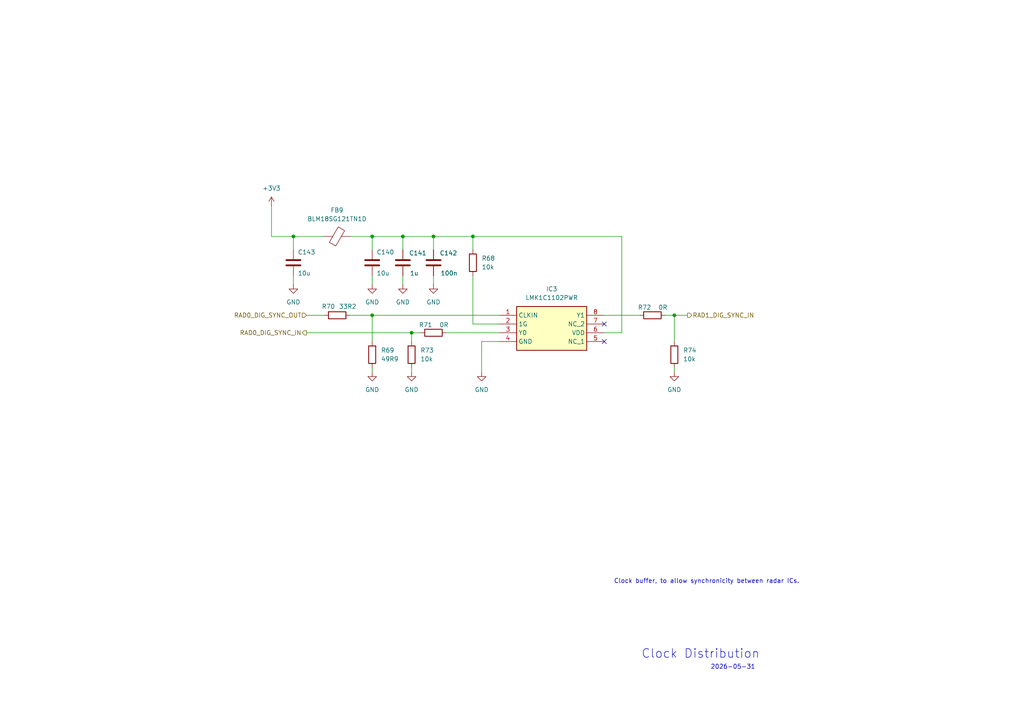
<source format=kicad_sch>
(kicad_sch
	(version 20231120)
	(generator "eeschema")
	(generator_version "8.0")
	(uuid "fbb631f6-b518-43de-b4ba-6e25611ab42a")
	(paper "A4")
	(lib_symbols
		(symbol "Device:C"
			(pin_numbers hide)
			(pin_names
				(offset 0.254)
			)
			(exclude_from_sim no)
			(in_bom yes)
			(on_board yes)
			(property "Reference" "C"
				(at 0.635 2.54 0)
				(effects
					(font
						(size 1.27 1.27)
					)
					(justify left)
				)
			)
			(property "Value" "C"
				(at 0.635 -2.54 0)
				(effects
					(font
						(size 1.27 1.27)
					)
					(justify left)
				)
			)
			(property "Footprint" ""
				(at 0.9652 -3.81 0)
				(effects
					(font
						(size 1.27 1.27)
					)
					(hide yes)
				)
			)
			(property "Datasheet" "~"
				(at 0 0 0)
				(effects
					(font
						(size 1.27 1.27)
					)
					(hide yes)
				)
			)
			(property "Description" "Unpolarized capacitor"
				(at 0 0 0)
				(effects
					(font
						(size 1.27 1.27)
					)
					(hide yes)
				)
			)
			(property "ki_keywords" "cap capacitor"
				(at 0 0 0)
				(effects
					(font
						(size 1.27 1.27)
					)
					(hide yes)
				)
			)
			(property "ki_fp_filters" "C_*"
				(at 0 0 0)
				(effects
					(font
						(size 1.27 1.27)
					)
					(hide yes)
				)
			)
			(symbol "C_0_1"
				(polyline
					(pts
						(xy -2.032 -0.762) (xy 2.032 -0.762)
					)
					(stroke
						(width 0.508)
						(type default)
					)
					(fill
						(type none)
					)
				)
				(polyline
					(pts
						(xy -2.032 0.762) (xy 2.032 0.762)
					)
					(stroke
						(width 0.508)
						(type default)
					)
					(fill
						(type none)
					)
				)
			)
			(symbol "C_1_1"
				(pin passive line
					(at 0 3.81 270)
					(length 2.794)
					(name "~"
						(effects
							(font
								(size 1.27 1.27)
							)
						)
					)
					(number "1"
						(effects
							(font
								(size 1.27 1.27)
							)
						)
					)
				)
				(pin passive line
					(at 0 -3.81 90)
					(length 2.794)
					(name "~"
						(effects
							(font
								(size 1.27 1.27)
							)
						)
					)
					(number "2"
						(effects
							(font
								(size 1.27 1.27)
							)
						)
					)
				)
			)
		)
		(symbol "Device:FerriteBead"
			(pin_numbers hide)
			(pin_names
				(offset 0)
			)
			(exclude_from_sim no)
			(in_bom yes)
			(on_board yes)
			(property "Reference" "FB"
				(at -3.81 0.635 90)
				(effects
					(font
						(size 1.27 1.27)
					)
				)
			)
			(property "Value" "FerriteBead"
				(at 3.81 0 90)
				(effects
					(font
						(size 1.27 1.27)
					)
				)
			)
			(property "Footprint" ""
				(at -1.778 0 90)
				(effects
					(font
						(size 1.27 1.27)
					)
					(hide yes)
				)
			)
			(property "Datasheet" "~"
				(at 0 0 0)
				(effects
					(font
						(size 1.27 1.27)
					)
					(hide yes)
				)
			)
			(property "Description" "Ferrite bead"
				(at 0 0 0)
				(effects
					(font
						(size 1.27 1.27)
					)
					(hide yes)
				)
			)
			(property "ki_keywords" "L ferrite bead inductor filter"
				(at 0 0 0)
				(effects
					(font
						(size 1.27 1.27)
					)
					(hide yes)
				)
			)
			(property "ki_fp_filters" "Inductor_* L_* *Ferrite*"
				(at 0 0 0)
				(effects
					(font
						(size 1.27 1.27)
					)
					(hide yes)
				)
			)
			(symbol "FerriteBead_0_1"
				(polyline
					(pts
						(xy 0 -1.27) (xy 0 -1.2192)
					)
					(stroke
						(width 0)
						(type default)
					)
					(fill
						(type none)
					)
				)
				(polyline
					(pts
						(xy 0 1.27) (xy 0 1.2954)
					)
					(stroke
						(width 0)
						(type default)
					)
					(fill
						(type none)
					)
				)
				(polyline
					(pts
						(xy -2.7686 0.4064) (xy -1.7018 2.2606) (xy 2.7686 -0.3048) (xy 1.6764 -2.159) (xy -2.7686 0.4064)
					)
					(stroke
						(width 0)
						(type default)
					)
					(fill
						(type none)
					)
				)
			)
			(symbol "FerriteBead_1_1"
				(pin passive line
					(at 0 3.81 270)
					(length 2.54)
					(name "~"
						(effects
							(font
								(size 1.27 1.27)
							)
						)
					)
					(number "1"
						(effects
							(font
								(size 1.27 1.27)
							)
						)
					)
				)
				(pin passive line
					(at 0 -3.81 90)
					(length 2.54)
					(name "~"
						(effects
							(font
								(size 1.27 1.27)
							)
						)
					)
					(number "2"
						(effects
							(font
								(size 1.27 1.27)
							)
						)
					)
				)
			)
		)
		(symbol "Device:R"
			(pin_numbers hide)
			(pin_names
				(offset 0)
			)
			(exclude_from_sim no)
			(in_bom yes)
			(on_board yes)
			(property "Reference" "R"
				(at 2.032 0 90)
				(effects
					(font
						(size 1.27 1.27)
					)
				)
			)
			(property "Value" "R"
				(at 0 0 90)
				(effects
					(font
						(size 1.27 1.27)
					)
				)
			)
			(property "Footprint" ""
				(at -1.778 0 90)
				(effects
					(font
						(size 1.27 1.27)
					)
					(hide yes)
				)
			)
			(property "Datasheet" "~"
				(at 0 0 0)
				(effects
					(font
						(size 1.27 1.27)
					)
					(hide yes)
				)
			)
			(property "Description" "Resistor"
				(at 0 0 0)
				(effects
					(font
						(size 1.27 1.27)
					)
					(hide yes)
				)
			)
			(property "ki_keywords" "R res resistor"
				(at 0 0 0)
				(effects
					(font
						(size 1.27 1.27)
					)
					(hide yes)
				)
			)
			(property "ki_fp_filters" "R_*"
				(at 0 0 0)
				(effects
					(font
						(size 1.27 1.27)
					)
					(hide yes)
				)
			)
			(symbol "R_0_1"
				(rectangle
					(start -1.016 -2.54)
					(end 1.016 2.54)
					(stroke
						(width 0.254)
						(type default)
					)
					(fill
						(type none)
					)
				)
			)
			(symbol "R_1_1"
				(pin passive line
					(at 0 3.81 270)
					(length 1.27)
					(name "~"
						(effects
							(font
								(size 1.27 1.27)
							)
						)
					)
					(number "1"
						(effects
							(font
								(size 1.27 1.27)
							)
						)
					)
				)
				(pin passive line
					(at 0 -3.81 90)
					(length 1.27)
					(name "~"
						(effects
							(font
								(size 1.27 1.27)
							)
						)
					)
					(number "2"
						(effects
							(font
								(size 1.27 1.27)
							)
						)
					)
				)
			)
		)
		(symbol "LMK1C1102PWR:LMK1C1102PWR"
			(exclude_from_sim no)
			(in_bom yes)
			(on_board yes)
			(property "Reference" "IC"
				(at 26.67 7.62 0)
				(effects
					(font
						(size 1.27 1.27)
					)
					(justify left top)
				)
			)
			(property "Value" "LMK1C1102PWR"
				(at 26.67 5.08 0)
				(effects
					(font
						(size 1.27 1.27)
					)
					(justify left top)
				)
			)
			(property "Footprint" "SOP65P640X120-8N"
				(at 26.67 -94.92 0)
				(effects
					(font
						(size 1.27 1.27)
					)
					(justify left top)
					(hide yes)
				)
			)
			(property "Datasheet" "https://www.ti.com/lit/gpn/LMK1C1102"
				(at 26.67 -194.92 0)
				(effects
					(font
						(size 1.27 1.27)
					)
					(justify left top)
					(hide yes)
				)
			)
			(property "Description" "Clock Buffer 2-channel output LVCMOS 1.8-V buffer 8-TSSOP -40 to 125"
				(at 0 0 0)
				(effects
					(font
						(size 1.27 1.27)
					)
					(hide yes)
				)
			)
			(property "Height" "1.2"
				(at 26.67 -394.92 0)
				(effects
					(font
						(size 1.27 1.27)
					)
					(justify left top)
					(hide yes)
				)
			)
			(property "Manufacturer_Name" "Texas Instruments"
				(at 26.67 -494.92 0)
				(effects
					(font
						(size 1.27 1.27)
					)
					(justify left top)
					(hide yes)
				)
			)
			(property "Manufacturer_Part_Number" "LMK1C1102PWR"
				(at 26.67 -594.92 0)
				(effects
					(font
						(size 1.27 1.27)
					)
					(justify left top)
					(hide yes)
				)
			)
			(property "Arrow Part Number" "LMK1C1102PWR"
				(at 26.67 -694.92 0)
				(effects
					(font
						(size 1.27 1.27)
					)
					(justify left top)
					(hide yes)
				)
			)
			(property "Arrow Price/Stock" "https://www.arrow.com/en/products/lmk1c1102pwr/texas-instruments?utm_currency=USD&region=nac"
				(at 26.67 -794.92 0)
				(effects
					(font
						(size 1.27 1.27)
					)
					(justify left top)
					(hide yes)
				)
			)
			(symbol "LMK1C1102PWR_1_1"
				(rectangle
					(start 5.08 2.54)
					(end 25.4 -10.16)
					(stroke
						(width 0.254)
						(type default)
					)
					(fill
						(type background)
					)
				)
				(pin passive line
					(at 0 0 0)
					(length 5.08)
					(name "CLKIN"
						(effects
							(font
								(size 1.27 1.27)
							)
						)
					)
					(number "1"
						(effects
							(font
								(size 1.27 1.27)
							)
						)
					)
				)
				(pin passive line
					(at 0 -2.54 0)
					(length 5.08)
					(name "1G"
						(effects
							(font
								(size 1.27 1.27)
							)
						)
					)
					(number "2"
						(effects
							(font
								(size 1.27 1.27)
							)
						)
					)
				)
				(pin passive line
					(at 0 -5.08 0)
					(length 5.08)
					(name "Y0"
						(effects
							(font
								(size 1.27 1.27)
							)
						)
					)
					(number "3"
						(effects
							(font
								(size 1.27 1.27)
							)
						)
					)
				)
				(pin passive line
					(at 0 -7.62 0)
					(length 5.08)
					(name "GND"
						(effects
							(font
								(size 1.27 1.27)
							)
						)
					)
					(number "4"
						(effects
							(font
								(size 1.27 1.27)
							)
						)
					)
				)
				(pin passive line
					(at 30.48 -7.62 180)
					(length 5.08)
					(name "NC_1"
						(effects
							(font
								(size 1.27 1.27)
							)
						)
					)
					(number "5"
						(effects
							(font
								(size 1.27 1.27)
							)
						)
					)
				)
				(pin passive line
					(at 30.48 -5.08 180)
					(length 5.08)
					(name "VDD"
						(effects
							(font
								(size 1.27 1.27)
							)
						)
					)
					(number "6"
						(effects
							(font
								(size 1.27 1.27)
							)
						)
					)
				)
				(pin passive line
					(at 30.48 -2.54 180)
					(length 5.08)
					(name "NC_2"
						(effects
							(font
								(size 1.27 1.27)
							)
						)
					)
					(number "7"
						(effects
							(font
								(size 1.27 1.27)
							)
						)
					)
				)
				(pin passive line
					(at 30.48 0 180)
					(length 5.08)
					(name "Y1"
						(effects
							(font
								(size 1.27 1.27)
							)
						)
					)
					(number "8"
						(effects
							(font
								(size 1.27 1.27)
							)
						)
					)
				)
			)
		)
		(symbol "power:+3V3"
			(power)
			(pin_numbers hide)
			(pin_names
				(offset 0) hide)
			(exclude_from_sim no)
			(in_bom yes)
			(on_board yes)
			(property "Reference" "#PWR"
				(at 0 -3.81 0)
				(effects
					(font
						(size 1.27 1.27)
					)
					(hide yes)
				)
			)
			(property "Value" "+3V3"
				(at 0 3.556 0)
				(effects
					(font
						(size 1.27 1.27)
					)
				)
			)
			(property "Footprint" ""
				(at 0 0 0)
				(effects
					(font
						(size 1.27 1.27)
					)
					(hide yes)
				)
			)
			(property "Datasheet" ""
				(at 0 0 0)
				(effects
					(font
						(size 1.27 1.27)
					)
					(hide yes)
				)
			)
			(property "Description" "Power symbol creates a global label with name \"+3V3\""
				(at 0 0 0)
				(effects
					(font
						(size 1.27 1.27)
					)
					(hide yes)
				)
			)
			(property "ki_keywords" "global power"
				(at 0 0 0)
				(effects
					(font
						(size 1.27 1.27)
					)
					(hide yes)
				)
			)
			(symbol "+3V3_0_1"
				(polyline
					(pts
						(xy -0.762 1.27) (xy 0 2.54)
					)
					(stroke
						(width 0)
						(type default)
					)
					(fill
						(type none)
					)
				)
				(polyline
					(pts
						(xy 0 0) (xy 0 2.54)
					)
					(stroke
						(width 0)
						(type default)
					)
					(fill
						(type none)
					)
				)
				(polyline
					(pts
						(xy 0 2.54) (xy 0.762 1.27)
					)
					(stroke
						(width 0)
						(type default)
					)
					(fill
						(type none)
					)
				)
			)
			(symbol "+3V3_1_1"
				(pin power_in line
					(at 0 0 90)
					(length 0)
					(name "~"
						(effects
							(font
								(size 1.27 1.27)
							)
						)
					)
					(number "1"
						(effects
							(font
								(size 1.27 1.27)
							)
						)
					)
				)
			)
		)
		(symbol "power:GND"
			(power)
			(pin_numbers hide)
			(pin_names
				(offset 0) hide)
			(exclude_from_sim no)
			(in_bom yes)
			(on_board yes)
			(property "Reference" "#PWR"
				(at 0 -6.35 0)
				(effects
					(font
						(size 1.27 1.27)
					)
					(hide yes)
				)
			)
			(property "Value" "GND"
				(at 0 -3.81 0)
				(effects
					(font
						(size 1.27 1.27)
					)
				)
			)
			(property "Footprint" ""
				(at 0 0 0)
				(effects
					(font
						(size 1.27 1.27)
					)
					(hide yes)
				)
			)
			(property "Datasheet" ""
				(at 0 0 0)
				(effects
					(font
						(size 1.27 1.27)
					)
					(hide yes)
				)
			)
			(property "Description" "Power symbol creates a global label with name \"GND\" , ground"
				(at 0 0 0)
				(effects
					(font
						(size 1.27 1.27)
					)
					(hide yes)
				)
			)
			(property "ki_keywords" "global power"
				(at 0 0 0)
				(effects
					(font
						(size 1.27 1.27)
					)
					(hide yes)
				)
			)
			(symbol "GND_0_1"
				(polyline
					(pts
						(xy 0 0) (xy 0 -1.27) (xy 1.27 -1.27) (xy 0 -2.54) (xy -1.27 -1.27) (xy 0 -1.27)
					)
					(stroke
						(width 0)
						(type default)
					)
					(fill
						(type none)
					)
				)
			)
			(symbol "GND_1_1"
				(pin power_in line
					(at 0 0 270)
					(length 0)
					(name "~"
						(effects
							(font
								(size 1.27 1.27)
							)
						)
					)
					(number "1"
						(effects
							(font
								(size 1.27 1.27)
							)
						)
					)
				)
			)
		)
	)
	(junction
		(at 125.73 68.58)
		(diameter 0)
		(color 0 0 0 0)
		(uuid "146c5fc8-b3b3-4bba-8824-9df008d81cde")
	)
	(junction
		(at 137.16 68.58)
		(diameter 0)
		(color 0 0 0 0)
		(uuid "2ff59e9b-2b6f-4a12-a3f8-2dfc539817f5")
	)
	(junction
		(at 116.84 68.58)
		(diameter 0)
		(color 0 0 0 0)
		(uuid "675c8c8b-4e46-4005-bec8-7a211e87ee51")
	)
	(junction
		(at 85.09 68.58)
		(diameter 0)
		(color 0 0 0 0)
		(uuid "8a4686c0-5711-4247-8b06-be3e7efcca25")
	)
	(junction
		(at 107.95 91.44)
		(diameter 0)
		(color 0 0 0 0)
		(uuid "8ce82adc-c64b-4ef4-a7e8-b5a9a270491a")
	)
	(junction
		(at 195.58 91.44)
		(diameter 0)
		(color 0 0 0 0)
		(uuid "8dfc6daa-b89a-4d0d-8d1b-0f11e12faaa3")
	)
	(junction
		(at 119.38 96.52)
		(diameter 0)
		(color 0 0 0 0)
		(uuid "9fd908f3-8d56-48af-b593-be61b8fdcb55")
	)
	(junction
		(at 107.95 68.58)
		(diameter 0)
		(color 0 0 0 0)
		(uuid "f910fb87-a05e-4658-a1df-e5b071a3b826")
	)
	(no_connect
		(at 175.26 99.06)
		(uuid "4bb6c0b2-51cc-41d2-9da6-ff98e4c1954a")
	)
	(no_connect
		(at 175.26 93.98)
		(uuid "bcf93ce8-bbb6-441f-81ef-aafecc61dba0")
	)
	(wire
		(pts
			(xy 116.84 80.01) (xy 116.84 82.55)
		)
		(stroke
			(width 0)
			(type default)
		)
		(uuid "031f86c3-cf08-46d9-ac6b-2ae0824e14e3")
	)
	(wire
		(pts
			(xy 137.16 80.01) (xy 137.16 93.98)
		)
		(stroke
			(width 0)
			(type default)
		)
		(uuid "037a1f8f-8450-4910-b9ef-b33480b6d629")
	)
	(wire
		(pts
			(xy 195.58 91.44) (xy 199.39 91.44)
		)
		(stroke
			(width 0)
			(type default)
		)
		(uuid "03b6b0ae-4f67-4314-94df-59559c45d6c0")
	)
	(wire
		(pts
			(xy 107.95 80.01) (xy 107.95 82.55)
		)
		(stroke
			(width 0)
			(type default)
		)
		(uuid "0ff008d0-ab00-47aa-b83a-11b1cf31de13")
	)
	(wire
		(pts
			(xy 85.09 80.01) (xy 85.09 82.55)
		)
		(stroke
			(width 0)
			(type default)
		)
		(uuid "11c6efb6-f8f7-4c32-b680-064a2889cc84")
	)
	(wire
		(pts
			(xy 125.73 68.58) (xy 137.16 68.58)
		)
		(stroke
			(width 0)
			(type default)
		)
		(uuid "1c0e63ce-81ca-4b50-bfa5-ac7111e0add2")
	)
	(wire
		(pts
			(xy 88.9 91.44) (xy 93.98 91.44)
		)
		(stroke
			(width 0)
			(type default)
		)
		(uuid "1deff215-7021-4bf9-848d-6f1a9109d64b")
	)
	(wire
		(pts
			(xy 119.38 107.95) (xy 119.38 106.68)
		)
		(stroke
			(width 0)
			(type default)
		)
		(uuid "20ecd11f-4f23-4972-b206-915d6ae77958")
	)
	(wire
		(pts
			(xy 101.6 91.44) (xy 107.95 91.44)
		)
		(stroke
			(width 0)
			(type default)
		)
		(uuid "238c76f8-c59c-450c-9ea1-caeea3719821")
	)
	(wire
		(pts
			(xy 193.04 91.44) (xy 195.58 91.44)
		)
		(stroke
			(width 0)
			(type default)
		)
		(uuid "25f99ba4-5975-4c4a-9781-3206de7df46d")
	)
	(wire
		(pts
			(xy 195.58 107.95) (xy 195.58 106.68)
		)
		(stroke
			(width 0)
			(type default)
		)
		(uuid "296edae0-f668-4d27-b416-888bf37c601a")
	)
	(wire
		(pts
			(xy 180.34 96.52) (xy 175.26 96.52)
		)
		(stroke
			(width 0)
			(type default)
		)
		(uuid "38950ff0-f95b-40ab-a5c1-873499e00258")
	)
	(wire
		(pts
			(xy 78.74 59.69) (xy 78.74 68.58)
		)
		(stroke
			(width 0)
			(type default)
		)
		(uuid "3e27be44-6860-4f0f-8ea4-1ba16f5b9435")
	)
	(wire
		(pts
			(xy 137.16 68.58) (xy 180.34 68.58)
		)
		(stroke
			(width 0)
			(type default)
		)
		(uuid "4feddc7f-2c1b-4f9a-9f1b-f1caab11dc35")
	)
	(wire
		(pts
			(xy 119.38 96.52) (xy 121.92 96.52)
		)
		(stroke
			(width 0)
			(type default)
		)
		(uuid "551b4f90-500a-49fe-8de0-9c069c6787bf")
	)
	(wire
		(pts
			(xy 139.7 99.06) (xy 139.7 107.95)
		)
		(stroke
			(width 0)
			(type default)
		)
		(uuid "56762cdd-0f62-4541-b670-d80cbae67bfa")
	)
	(wire
		(pts
			(xy 107.95 68.58) (xy 107.95 72.39)
		)
		(stroke
			(width 0)
			(type default)
		)
		(uuid "57ae921e-d69a-4e1e-b67b-b95a7eb9cb81")
	)
	(wire
		(pts
			(xy 129.54 96.52) (xy 144.78 96.52)
		)
		(stroke
			(width 0)
			(type default)
		)
		(uuid "58a97d2e-187f-4c54-b0eb-97c614856940")
	)
	(wire
		(pts
			(xy 93.98 68.58) (xy 85.09 68.58)
		)
		(stroke
			(width 0)
			(type default)
		)
		(uuid "708c5f38-4409-4c6f-a9fa-b08588a08b86")
	)
	(wire
		(pts
			(xy 88.9 96.52) (xy 119.38 96.52)
		)
		(stroke
			(width 0)
			(type default)
		)
		(uuid "797f19b0-dbf7-4d9d-a32e-9dcaf679d313")
	)
	(wire
		(pts
			(xy 119.38 96.52) (xy 119.38 99.06)
		)
		(stroke
			(width 0)
			(type default)
		)
		(uuid "7ac0cbf5-e503-40fa-b2ef-af014374d4ef")
	)
	(wire
		(pts
			(xy 137.16 68.58) (xy 137.16 72.39)
		)
		(stroke
			(width 0)
			(type default)
		)
		(uuid "89ed4845-7002-4d65-bd95-98bcc17681bd")
	)
	(wire
		(pts
			(xy 137.16 93.98) (xy 144.78 93.98)
		)
		(stroke
			(width 0)
			(type default)
		)
		(uuid "94fbbf70-5976-4028-9a2e-4dabbce985d9")
	)
	(wire
		(pts
			(xy 116.84 68.58) (xy 107.95 68.58)
		)
		(stroke
			(width 0)
			(type default)
		)
		(uuid "9bffeeef-6807-41f5-8ba5-af4f83c1040b")
	)
	(wire
		(pts
			(xy 116.84 72.39) (xy 116.84 68.58)
		)
		(stroke
			(width 0)
			(type default)
		)
		(uuid "a109a32e-f4bb-4afc-964f-1ad0f161e6a9")
	)
	(wire
		(pts
			(xy 175.26 91.44) (xy 185.42 91.44)
		)
		(stroke
			(width 0)
			(type default)
		)
		(uuid "b08dd218-b36f-45e2-b19b-d9a50789fd1d")
	)
	(wire
		(pts
			(xy 107.95 106.68) (xy 107.95 107.95)
		)
		(stroke
			(width 0)
			(type default)
		)
		(uuid "b15f50c3-fdfa-41e7-bdc6-9b81f61145e4")
	)
	(wire
		(pts
			(xy 180.34 68.58) (xy 180.34 96.52)
		)
		(stroke
			(width 0)
			(type default)
		)
		(uuid "b3ec2dfd-c5b2-4823-a358-1103b63b6de1")
	)
	(wire
		(pts
			(xy 125.73 80.01) (xy 125.73 82.55)
		)
		(stroke
			(width 0)
			(type default)
		)
		(uuid "b4ea4e66-8da2-43f7-8df8-feee6f07b8d7")
	)
	(wire
		(pts
			(xy 101.6 68.58) (xy 107.95 68.58)
		)
		(stroke
			(width 0)
			(type default)
		)
		(uuid "bc002c1b-49aa-4b25-a80b-09c48a724ecf")
	)
	(wire
		(pts
			(xy 195.58 91.44) (xy 195.58 99.06)
		)
		(stroke
			(width 0)
			(type default)
		)
		(uuid "cb1cb3a7-974e-48e0-b2e0-b6132478c964")
	)
	(wire
		(pts
			(xy 107.95 91.44) (xy 107.95 99.06)
		)
		(stroke
			(width 0)
			(type default)
		)
		(uuid "d93b1b1a-98d4-4d89-9303-3514debb73f5")
	)
	(wire
		(pts
			(xy 144.78 99.06) (xy 139.7 99.06)
		)
		(stroke
			(width 0)
			(type default)
		)
		(uuid "dca30c59-dce4-4600-8f4e-348edbc91838")
	)
	(wire
		(pts
			(xy 125.73 68.58) (xy 116.84 68.58)
		)
		(stroke
			(width 0)
			(type default)
		)
		(uuid "e53d0652-08c2-4d2d-bb8e-6cb4db4e0792")
	)
	(wire
		(pts
			(xy 85.09 68.58) (xy 78.74 68.58)
		)
		(stroke
			(width 0)
			(type default)
		)
		(uuid "f504d1a9-9316-493a-b9b6-31c62eedf000")
	)
	(wire
		(pts
			(xy 85.09 68.58) (xy 85.09 72.39)
		)
		(stroke
			(width 0)
			(type default)
		)
		(uuid "f63f222d-64fa-437d-8ef7-a1961b5ae086")
	)
	(wire
		(pts
			(xy 125.73 72.39) (xy 125.73 68.58)
		)
		(stroke
			(width 0)
			(type default)
		)
		(uuid "f73ad3e0-644b-4174-9089-56f97e542422")
	)
	(wire
		(pts
			(xy 107.95 91.44) (xy 144.78 91.44)
		)
		(stroke
			(width 0)
			(type default)
		)
		(uuid "fe15a555-1c29-4298-9043-4e56ce64dfbd")
	)
	(text "Clock buffer, to allow synchronicity between radar ICs."
		(exclude_from_sim no)
		(at 178.054 168.656 0)
		(effects
			(font
				(size 1.27 1.27)
			)
			(justify left)
		)
		(uuid "9bea2ace-be1b-4aa4-b8ee-419df7fcd958")
	)
	(text "Clock Distribution"
		(exclude_from_sim no)
		(at 203.2 189.738 0)
		(effects
			(font
				(size 2.54 2.54)
			)
		)
		(uuid "b5b70e34-e7b9-4fee-91a7-5cba326857b4")
	)
	(text "${CURRENT_DATE}"
		(exclude_from_sim no)
		(at 212.598 193.548 0)
		(effects
			(font
				(size 1.27 1.27)
			)
		)
		(uuid "ded91f5d-0f9f-4635-a27b-71cd4d9d792c")
	)
	(hierarchical_label "RAD1_DIG_SYNC_IN"
		(shape output)
		(at 199.39 91.44 0)
		(fields_autoplaced yes)
		(effects
			(font
				(size 1.27 1.27)
			)
			(justify left)
		)
		(uuid "458fe21d-6a63-488a-ad53-2f6ed547bee7")
	)
	(hierarchical_label "RAD0_DIG_SYNC_OUT"
		(shape input)
		(at 88.9 91.44 180)
		(fields_autoplaced yes)
		(effects
			(font
				(size 1.27 1.27)
			)
			(justify right)
		)
		(uuid "4750fc3c-7628-4ad3-9f5d-882c418de2e2")
	)
	(hierarchical_label "RAD0_DIG_SYNC_IN"
		(shape output)
		(at 88.9 96.52 180)
		(fields_autoplaced yes)
		(effects
			(font
				(size 1.27 1.27)
			)
			(justify right)
		)
		(uuid "dd51a0f6-f457-420b-b4e7-e9ccaf93360b")
	)
	(symbol
		(lib_id "power:GND")
		(at 195.58 107.95 0)
		(unit 1)
		(exclude_from_sim no)
		(in_bom yes)
		(on_board yes)
		(dnp no)
		(fields_autoplaced yes)
		(uuid "107eb82a-dc6f-4e01-8e73-94a8c10fd042")
		(property "Reference" "#PWR0198"
			(at 195.58 114.3 0)
			(effects
				(font
					(size 1.27 1.27)
				)
				(hide yes)
			)
		)
		(property "Value" "GND"
			(at 195.58 113.03 0)
			(effects
				(font
					(size 1.27 1.27)
				)
			)
		)
		(property "Footprint" ""
			(at 195.58 107.95 0)
			(effects
				(font
					(size 1.27 1.27)
				)
				(hide yes)
			)
		)
		(property "Datasheet" ""
			(at 195.58 107.95 0)
			(effects
				(font
					(size 1.27 1.27)
				)
				(hide yes)
			)
		)
		(property "Description" "Power symbol creates a global label with name \"GND\" , ground"
			(at 195.58 107.95 0)
			(effects
				(font
					(size 1.27 1.27)
				)
				(hide yes)
			)
		)
		(pin "1"
			(uuid "ebc4b8b3-1e96-49ea-b532-41fee12b8e7d")
		)
		(instances
			(project "AWR2243RadarBoard"
				(path "/dcc331d8-3d9d-4b2a-b31f-9f6b9b8fae7c/090cc8c1-960b-4cfd-87de-9a04c42fc95b"
					(reference "#PWR0198")
					(unit 1)
				)
			)
		)
	)
	(symbol
		(lib_id "power:GND")
		(at 116.84 82.55 0)
		(unit 1)
		(exclude_from_sim no)
		(in_bom yes)
		(on_board yes)
		(dnp no)
		(fields_autoplaced yes)
		(uuid "1a24bccb-b48f-4c15-ba52-4b6c3664f8bf")
		(property "Reference" "#PWR0191"
			(at 116.84 88.9 0)
			(effects
				(font
					(size 1.27 1.27)
				)
				(hide yes)
			)
		)
		(property "Value" "GND"
			(at 116.84 87.63 0)
			(effects
				(font
					(size 1.27 1.27)
				)
			)
		)
		(property "Footprint" ""
			(at 116.84 82.55 0)
			(effects
				(font
					(size 1.27 1.27)
				)
				(hide yes)
			)
		)
		(property "Datasheet" ""
			(at 116.84 82.55 0)
			(effects
				(font
					(size 1.27 1.27)
				)
				(hide yes)
			)
		)
		(property "Description" "Power symbol creates a global label with name \"GND\" , ground"
			(at 116.84 82.55 0)
			(effects
				(font
					(size 1.27 1.27)
				)
				(hide yes)
			)
		)
		(pin "1"
			(uuid "579c6852-c0a7-4611-be1c-faeed5f5846f")
		)
		(instances
			(project ""
				(path "/dcc331d8-3d9d-4b2a-b31f-9f6b9b8fae7c/090cc8c1-960b-4cfd-87de-9a04c42fc95b"
					(reference "#PWR0191")
					(unit 1)
				)
			)
		)
	)
	(symbol
		(lib_id "Device:R")
		(at 137.16 76.2 0)
		(unit 1)
		(exclude_from_sim no)
		(in_bom yes)
		(on_board yes)
		(dnp no)
		(fields_autoplaced yes)
		(uuid "3af637d4-135c-474b-a4b2-7600322e5e6c")
		(property "Reference" "R68"
			(at 139.7 74.9299 0)
			(effects
				(font
					(size 1.27 1.27)
				)
				(justify left)
			)
		)
		(property "Value" "10k"
			(at 139.7 77.4699 0)
			(effects
				(font
					(size 1.27 1.27)
				)
				(justify left)
			)
		)
		(property "Footprint" ""
			(at 135.382 76.2 90)
			(effects
				(font
					(size 1.27 1.27)
				)
				(hide yes)
			)
		)
		(property "Datasheet" "~"
			(at 137.16 76.2 0)
			(effects
				(font
					(size 1.27 1.27)
				)
				(hide yes)
			)
		)
		(property "Description" "Resistor"
			(at 137.16 76.2 0)
			(effects
				(font
					(size 1.27 1.27)
				)
				(hide yes)
			)
		)
		(pin "1"
			(uuid "653802f8-6fa8-4162-a68d-2979ccb18471")
		)
		(pin "2"
			(uuid "2f19fcd5-ad64-443f-9bc4-98a25cf9f129")
		)
		(instances
			(project ""
				(path "/dcc331d8-3d9d-4b2a-b31f-9f6b9b8fae7c/090cc8c1-960b-4cfd-87de-9a04c42fc95b"
					(reference "R68")
					(unit 1)
				)
			)
		)
	)
	(symbol
		(lib_id "Device:FerriteBead")
		(at 97.79 68.58 90)
		(unit 1)
		(exclude_from_sim no)
		(in_bom yes)
		(on_board yes)
		(dnp no)
		(fields_autoplaced yes)
		(uuid "3b6702fa-44a6-4a0f-9d47-82a1896eb1f4")
		(property "Reference" "FB9"
			(at 97.7392 60.96 90)
			(effects
				(font
					(size 1.27 1.27)
				)
			)
		)
		(property "Value" "BLM18SG121TN1D"
			(at 97.7392 63.5 90)
			(effects
				(font
					(size 1.27 1.27)
				)
			)
		)
		(property "Footprint" "Inductor_SMD:L_0603_1608Metric"
			(at 97.79 70.358 90)
			(effects
				(font
					(size 1.27 1.27)
				)
				(hide yes)
			)
		)
		(property "Datasheet" "~"
			(at 97.79 68.58 0)
			(effects
				(font
					(size 1.27 1.27)
				)
				(hide yes)
			)
		)
		(property "Description" "Ferrite bead"
			(at 97.79 68.58 0)
			(effects
				(font
					(size 1.27 1.27)
				)
				(hide yes)
			)
		)
		(pin "1"
			(uuid "9cbecacf-f243-4750-9306-dd42873b6c9e")
		)
		(pin "2"
			(uuid "dfb6c284-d4db-46f1-98df-c6a4c59dd5c3")
		)
		(instances
			(project ""
				(path "/dcc331d8-3d9d-4b2a-b31f-9f6b9b8fae7c/090cc8c1-960b-4cfd-87de-9a04c42fc95b"
					(reference "FB9")
					(unit 1)
				)
			)
		)
	)
	(symbol
		(lib_id "Device:C")
		(at 107.95 76.2 0)
		(unit 1)
		(exclude_from_sim no)
		(in_bom yes)
		(on_board yes)
		(dnp no)
		(uuid "40717e07-0211-4106-a8c4-ade5149a4b4a")
		(property "Reference" "C140"
			(at 109.22 73.152 0)
			(effects
				(font
					(size 1.27 1.27)
				)
				(justify left)
			)
		)
		(property "Value" "10u"
			(at 109.22 79.248 0)
			(effects
				(font
					(size 1.27 1.27)
				)
				(justify left)
			)
		)
		(property "Footprint" "Capacitor_SMD:C_0805_2012Metric"
			(at 108.9152 80.01 0)
			(effects
				(font
					(size 1.27 1.27)
				)
				(hide yes)
			)
		)
		(property "Datasheet" "~"
			(at 107.95 76.2 0)
			(effects
				(font
					(size 1.27 1.27)
				)
				(hide yes)
			)
		)
		(property "Description" "Unpolarized capacitor"
			(at 107.95 76.2 0)
			(effects
				(font
					(size 1.27 1.27)
				)
				(hide yes)
			)
		)
		(pin "2"
			(uuid "69ca63ee-690a-4cfc-874b-364f12dbbad6")
		)
		(pin "1"
			(uuid "4ea211a0-7a9b-41d7-bdc7-ab604230493f")
		)
		(instances
			(project ""
				(path "/dcc331d8-3d9d-4b2a-b31f-9f6b9b8fae7c/090cc8c1-960b-4cfd-87de-9a04c42fc95b"
					(reference "C140")
					(unit 1)
				)
			)
		)
	)
	(symbol
		(lib_id "Device:R")
		(at 97.79 91.44 90)
		(unit 1)
		(exclude_from_sim no)
		(in_bom yes)
		(on_board yes)
		(dnp no)
		(uuid "464ef91c-4bd4-4af3-a354-765266791561")
		(property "Reference" "R70"
			(at 95.25 88.9 90)
			(effects
				(font
					(size 1.27 1.27)
				)
			)
		)
		(property "Value" "33R2"
			(at 100.838 88.9 90)
			(effects
				(font
					(size 1.27 1.27)
				)
			)
		)
		(property "Footprint" "Resistor_SMD:R_0603_1608Metric"
			(at 97.79 93.218 90)
			(effects
				(font
					(size 1.27 1.27)
				)
				(hide yes)
			)
		)
		(property "Datasheet" "~"
			(at 97.79 91.44 0)
			(effects
				(font
					(size 1.27 1.27)
				)
				(hide yes)
			)
		)
		(property "Description" "Resistor"
			(at 97.79 91.44 0)
			(effects
				(font
					(size 1.27 1.27)
				)
				(hide yes)
			)
		)
		(pin "2"
			(uuid "8d1da921-fe3b-4a89-8f50-b9d73b9b49db")
		)
		(pin "1"
			(uuid "11bc9853-d2a7-4574-a5cf-02f88965e4bb")
		)
		(instances
			(project ""
				(path "/dcc331d8-3d9d-4b2a-b31f-9f6b9b8fae7c/090cc8c1-960b-4cfd-87de-9a04c42fc95b"
					(reference "R70")
					(unit 1)
				)
			)
		)
	)
	(symbol
		(lib_id "Device:R")
		(at 189.23 91.44 90)
		(unit 1)
		(exclude_from_sim no)
		(in_bom yes)
		(on_board yes)
		(dnp no)
		(uuid "491f1e45-c340-4607-a541-821ed5aeff28")
		(property "Reference" "R72"
			(at 186.944 89.154 90)
			(effects
				(font
					(size 1.27 1.27)
				)
			)
		)
		(property "Value" "0R"
			(at 192.278 89.154 90)
			(effects
				(font
					(size 1.27 1.27)
				)
			)
		)
		(property "Footprint" "Resistor_SMD:R_0603_1608Metric"
			(at 189.23 93.218 90)
			(effects
				(font
					(size 1.27 1.27)
				)
				(hide yes)
			)
		)
		(property "Datasheet" "~"
			(at 189.23 91.44 0)
			(effects
				(font
					(size 1.27 1.27)
				)
				(hide yes)
			)
		)
		(property "Description" "Resistor"
			(at 189.23 91.44 0)
			(effects
				(font
					(size 1.27 1.27)
				)
				(hide yes)
			)
		)
		(pin "2"
			(uuid "64748d48-f495-4601-a222-a4996070c15e")
		)
		(pin "1"
			(uuid "cdcd5eed-8904-41d7-8a9e-d88a0929c6f7")
		)
		(instances
			(project "AWR2243RadarBoard"
				(path "/dcc331d8-3d9d-4b2a-b31f-9f6b9b8fae7c/090cc8c1-960b-4cfd-87de-9a04c42fc95b"
					(reference "R72")
					(unit 1)
				)
			)
		)
	)
	(symbol
		(lib_id "Device:R")
		(at 107.95 102.87 0)
		(unit 1)
		(exclude_from_sim no)
		(in_bom yes)
		(on_board yes)
		(dnp no)
		(fields_autoplaced yes)
		(uuid "4ded4910-1768-4097-bbde-e1a10f2a4dd8")
		(property "Reference" "R69"
			(at 110.49 101.5999 0)
			(effects
				(font
					(size 1.27 1.27)
				)
				(justify left)
			)
		)
		(property "Value" "49R9"
			(at 110.49 104.1399 0)
			(effects
				(font
					(size 1.27 1.27)
				)
				(justify left)
			)
		)
		(property "Footprint" "Resistor_SMD:R_0603_1608Metric"
			(at 106.172 102.87 90)
			(effects
				(font
					(size 1.27 1.27)
				)
				(hide yes)
			)
		)
		(property "Datasheet" "~"
			(at 107.95 102.87 0)
			(effects
				(font
					(size 1.27 1.27)
				)
				(hide yes)
			)
		)
		(property "Description" "Resistor"
			(at 107.95 102.87 0)
			(effects
				(font
					(size 1.27 1.27)
				)
				(hide yes)
			)
		)
		(pin "1"
			(uuid "f66de852-e94b-4333-8d80-5c8d75554470")
		)
		(pin "2"
			(uuid "a341cfed-18c5-42e7-8bc8-65d58ecaa643")
		)
		(instances
			(project ""
				(path "/dcc331d8-3d9d-4b2a-b31f-9f6b9b8fae7c/090cc8c1-960b-4cfd-87de-9a04c42fc95b"
					(reference "R69")
					(unit 1)
				)
			)
		)
	)
	(symbol
		(lib_id "power:GND")
		(at 107.95 107.95 0)
		(unit 1)
		(exclude_from_sim no)
		(in_bom yes)
		(on_board yes)
		(dnp no)
		(fields_autoplaced yes)
		(uuid "4fc721ac-71c2-4e80-84f1-43bf5fe0432d")
		(property "Reference" "#PWR0196"
			(at 107.95 114.3 0)
			(effects
				(font
					(size 1.27 1.27)
				)
				(hide yes)
			)
		)
		(property "Value" "GND"
			(at 107.95 113.03 0)
			(effects
				(font
					(size 1.27 1.27)
				)
			)
		)
		(property "Footprint" ""
			(at 107.95 107.95 0)
			(effects
				(font
					(size 1.27 1.27)
				)
				(hide yes)
			)
		)
		(property "Datasheet" ""
			(at 107.95 107.95 0)
			(effects
				(font
					(size 1.27 1.27)
				)
				(hide yes)
			)
		)
		(property "Description" "Power symbol creates a global label with name \"GND\" , ground"
			(at 107.95 107.95 0)
			(effects
				(font
					(size 1.27 1.27)
				)
				(hide yes)
			)
		)
		(pin "1"
			(uuid "f81894fe-6180-4223-ae69-758769a9919a")
		)
		(instances
			(project "AWR2243RadarBoard"
				(path "/dcc331d8-3d9d-4b2a-b31f-9f6b9b8fae7c/090cc8c1-960b-4cfd-87de-9a04c42fc95b"
					(reference "#PWR0196")
					(unit 1)
				)
			)
		)
	)
	(symbol
		(lib_id "Device:R")
		(at 195.58 102.87 0)
		(unit 1)
		(exclude_from_sim no)
		(in_bom yes)
		(on_board yes)
		(dnp no)
		(fields_autoplaced yes)
		(uuid "53df62c9-8f97-42ec-8d7b-ef220ede4564")
		(property "Reference" "R74"
			(at 198.12 101.5999 0)
			(effects
				(font
					(size 1.27 1.27)
				)
				(justify left)
			)
		)
		(property "Value" "10k"
			(at 198.12 104.1399 0)
			(effects
				(font
					(size 1.27 1.27)
				)
				(justify left)
			)
		)
		(property "Footprint" ""
			(at 193.802 102.87 90)
			(effects
				(font
					(size 1.27 1.27)
				)
				(hide yes)
			)
		)
		(property "Datasheet" "~"
			(at 195.58 102.87 0)
			(effects
				(font
					(size 1.27 1.27)
				)
				(hide yes)
			)
		)
		(property "Description" "Resistor"
			(at 195.58 102.87 0)
			(effects
				(font
					(size 1.27 1.27)
				)
				(hide yes)
			)
		)
		(pin "1"
			(uuid "0a0b71e9-41cb-434e-93d9-3fbff5695df1")
		)
		(pin "2"
			(uuid "e5b93fd7-56d2-4b02-9a77-577b5135c137")
		)
		(instances
			(project "AWR2243RadarBoard"
				(path "/dcc331d8-3d9d-4b2a-b31f-9f6b9b8fae7c/090cc8c1-960b-4cfd-87de-9a04c42fc95b"
					(reference "R74")
					(unit 1)
				)
			)
		)
	)
	(symbol
		(lib_id "Device:C")
		(at 125.73 76.2 0)
		(unit 1)
		(exclude_from_sim no)
		(in_bom yes)
		(on_board yes)
		(dnp no)
		(uuid "5d54e9fa-66a4-4836-99be-65b1c2f76f37")
		(property "Reference" "C142"
			(at 127.508 73.406 0)
			(effects
				(font
					(size 1.27 1.27)
				)
				(justify left)
			)
		)
		(property "Value" "100n"
			(at 127.762 79.248 0)
			(effects
				(font
					(size 1.27 1.27)
				)
				(justify left)
			)
		)
		(property "Footprint" "Capacitor_SMD:C_0603_1608Metric"
			(at 126.6952 80.01 0)
			(effects
				(font
					(size 1.27 1.27)
				)
				(hide yes)
			)
		)
		(property "Datasheet" "~"
			(at 125.73 76.2 0)
			(effects
				(font
					(size 1.27 1.27)
				)
				(hide yes)
			)
		)
		(property "Description" "Unpolarized capacitor"
			(at 125.73 76.2 0)
			(effects
				(font
					(size 1.27 1.27)
				)
				(hide yes)
			)
		)
		(pin "1"
			(uuid "ec47b97e-dbb7-42ee-a453-6c23453560d5")
		)
		(pin "2"
			(uuid "e6c49e86-6cf8-4e92-8144-f4849ea14f50")
		)
		(instances
			(project "AWR2243RadarBoard"
				(path "/dcc331d8-3d9d-4b2a-b31f-9f6b9b8fae7c/090cc8c1-960b-4cfd-87de-9a04c42fc95b"
					(reference "C142")
					(unit 1)
				)
			)
		)
	)
	(symbol
		(lib_id "power:GND")
		(at 119.38 107.95 0)
		(unit 1)
		(exclude_from_sim no)
		(in_bom yes)
		(on_board yes)
		(dnp no)
		(fields_autoplaced yes)
		(uuid "64529f58-296f-45ad-bfe4-9cde3299407b")
		(property "Reference" "#PWR0197"
			(at 119.38 114.3 0)
			(effects
				(font
					(size 1.27 1.27)
				)
				(hide yes)
			)
		)
		(property "Value" "GND"
			(at 119.38 113.03 0)
			(effects
				(font
					(size 1.27 1.27)
				)
			)
		)
		(property "Footprint" ""
			(at 119.38 107.95 0)
			(effects
				(font
					(size 1.27 1.27)
				)
				(hide yes)
			)
		)
		(property "Datasheet" ""
			(at 119.38 107.95 0)
			(effects
				(font
					(size 1.27 1.27)
				)
				(hide yes)
			)
		)
		(property "Description" "Power symbol creates a global label with name \"GND\" , ground"
			(at 119.38 107.95 0)
			(effects
				(font
					(size 1.27 1.27)
				)
				(hide yes)
			)
		)
		(pin "1"
			(uuid "976b5275-03ac-4bb4-bab1-fcfaadae6af0")
		)
		(instances
			(project "AWR2243RadarBoard"
				(path "/dcc331d8-3d9d-4b2a-b31f-9f6b9b8fae7c/090cc8c1-960b-4cfd-87de-9a04c42fc95b"
					(reference "#PWR0197")
					(unit 1)
				)
			)
		)
	)
	(symbol
		(lib_id "power:GND")
		(at 125.73 82.55 0)
		(unit 1)
		(exclude_from_sim no)
		(in_bom yes)
		(on_board yes)
		(dnp no)
		(fields_autoplaced yes)
		(uuid "8e391650-580b-404e-8f3c-cd1114905250")
		(property "Reference" "#PWR0192"
			(at 125.73 88.9 0)
			(effects
				(font
					(size 1.27 1.27)
				)
				(hide yes)
			)
		)
		(property "Value" "GND"
			(at 125.73 87.63 0)
			(effects
				(font
					(size 1.27 1.27)
				)
			)
		)
		(property "Footprint" ""
			(at 125.73 82.55 0)
			(effects
				(font
					(size 1.27 1.27)
				)
				(hide yes)
			)
		)
		(property "Datasheet" ""
			(at 125.73 82.55 0)
			(effects
				(font
					(size 1.27 1.27)
				)
				(hide yes)
			)
		)
		(property "Description" "Power symbol creates a global label with name \"GND\" , ground"
			(at 125.73 82.55 0)
			(effects
				(font
					(size 1.27 1.27)
				)
				(hide yes)
			)
		)
		(pin "1"
			(uuid "5b891ace-cb7f-4a31-b701-6c6ce813f1fe")
		)
		(instances
			(project ""
				(path "/dcc331d8-3d9d-4b2a-b31f-9f6b9b8fae7c/090cc8c1-960b-4cfd-87de-9a04c42fc95b"
					(reference "#PWR0192")
					(unit 1)
				)
			)
		)
	)
	(symbol
		(lib_id "power:GND")
		(at 85.09 82.55 0)
		(unit 1)
		(exclude_from_sim no)
		(in_bom yes)
		(on_board yes)
		(dnp no)
		(fields_autoplaced yes)
		(uuid "9ff9f39c-d87f-446d-bd8a-6f15b35a13a2")
		(property "Reference" "#PWR0194"
			(at 85.09 88.9 0)
			(effects
				(font
					(size 1.27 1.27)
				)
				(hide yes)
			)
		)
		(property "Value" "GND"
			(at 85.09 87.63 0)
			(effects
				(font
					(size 1.27 1.27)
				)
			)
		)
		(property "Footprint" ""
			(at 85.09 82.55 0)
			(effects
				(font
					(size 1.27 1.27)
				)
				(hide yes)
			)
		)
		(property "Datasheet" ""
			(at 85.09 82.55 0)
			(effects
				(font
					(size 1.27 1.27)
				)
				(hide yes)
			)
		)
		(property "Description" "Power symbol creates a global label with name \"GND\" , ground"
			(at 85.09 82.55 0)
			(effects
				(font
					(size 1.27 1.27)
				)
				(hide yes)
			)
		)
		(pin "1"
			(uuid "cb928eea-c0ab-46c9-ab80-a9f03ef9a135")
		)
		(instances
			(project "AWR2243RadarBoard"
				(path "/dcc331d8-3d9d-4b2a-b31f-9f6b9b8fae7c/090cc8c1-960b-4cfd-87de-9a04c42fc95b"
					(reference "#PWR0194")
					(unit 1)
				)
			)
		)
	)
	(symbol
		(lib_id "Device:R")
		(at 119.38 102.87 0)
		(unit 1)
		(exclude_from_sim no)
		(in_bom yes)
		(on_board yes)
		(dnp no)
		(fields_autoplaced yes)
		(uuid "a0220f3a-58de-47a5-873d-dcf76a25df8b")
		(property "Reference" "R73"
			(at 121.92 101.5999 0)
			(effects
				(font
					(size 1.27 1.27)
				)
				(justify left)
			)
		)
		(property "Value" "10k"
			(at 121.92 104.1399 0)
			(effects
				(font
					(size 1.27 1.27)
				)
				(justify left)
			)
		)
		(property "Footprint" ""
			(at 117.602 102.87 90)
			(effects
				(font
					(size 1.27 1.27)
				)
				(hide yes)
			)
		)
		(property "Datasheet" "~"
			(at 119.38 102.87 0)
			(effects
				(font
					(size 1.27 1.27)
				)
				(hide yes)
			)
		)
		(property "Description" "Resistor"
			(at 119.38 102.87 0)
			(effects
				(font
					(size 1.27 1.27)
				)
				(hide yes)
			)
		)
		(pin "1"
			(uuid "1198063a-2824-4f5e-b971-70311ad7ac66")
		)
		(pin "2"
			(uuid "2128da9f-86b6-4335-9b02-f82ef98de2d8")
		)
		(instances
			(project "AWR2243RadarBoard"
				(path "/dcc331d8-3d9d-4b2a-b31f-9f6b9b8fae7c/090cc8c1-960b-4cfd-87de-9a04c42fc95b"
					(reference "R73")
					(unit 1)
				)
			)
		)
	)
	(symbol
		(lib_id "power:+3V3")
		(at 78.74 59.69 0)
		(unit 1)
		(exclude_from_sim no)
		(in_bom yes)
		(on_board yes)
		(dnp no)
		(fields_autoplaced yes)
		(uuid "a17243c8-2246-44f4-91f2-252691740457")
		(property "Reference" "#PWR0193"
			(at 78.74 63.5 0)
			(effects
				(font
					(size 1.27 1.27)
				)
				(hide yes)
			)
		)
		(property "Value" "+3V3"
			(at 78.74 54.61 0)
			(effects
				(font
					(size 1.27 1.27)
				)
			)
		)
		(property "Footprint" ""
			(at 78.74 59.69 0)
			(effects
				(font
					(size 1.27 1.27)
				)
				(hide yes)
			)
		)
		(property "Datasheet" ""
			(at 78.74 59.69 0)
			(effects
				(font
					(size 1.27 1.27)
				)
				(hide yes)
			)
		)
		(property "Description" "Power symbol creates a global label with name \"+3V3\""
			(at 78.74 59.69 0)
			(effects
				(font
					(size 1.27 1.27)
				)
				(hide yes)
			)
		)
		(pin "1"
			(uuid "4c296fa1-1f68-4285-82f0-a82370890daf")
		)
		(instances
			(project ""
				(path "/dcc331d8-3d9d-4b2a-b31f-9f6b9b8fae7c/090cc8c1-960b-4cfd-87de-9a04c42fc95b"
					(reference "#PWR0193")
					(unit 1)
				)
			)
		)
	)
	(symbol
		(lib_id "Device:C")
		(at 85.09 76.2 0)
		(unit 1)
		(exclude_from_sim no)
		(in_bom yes)
		(on_board yes)
		(dnp no)
		(uuid "ad87ce7f-c0e7-4b74-a02c-b27aaf56545f")
		(property "Reference" "C143"
			(at 86.36 73.152 0)
			(effects
				(font
					(size 1.27 1.27)
				)
				(justify left)
			)
		)
		(property "Value" "10u"
			(at 86.36 79.248 0)
			(effects
				(font
					(size 1.27 1.27)
				)
				(justify left)
			)
		)
		(property "Footprint" "Capacitor_SMD:C_0805_2012Metric"
			(at 86.0552 80.01 0)
			(effects
				(font
					(size 1.27 1.27)
				)
				(hide yes)
			)
		)
		(property "Datasheet" "~"
			(at 85.09 76.2 0)
			(effects
				(font
					(size 1.27 1.27)
				)
				(hide yes)
			)
		)
		(property "Description" "Unpolarized capacitor"
			(at 85.09 76.2 0)
			(effects
				(font
					(size 1.27 1.27)
				)
				(hide yes)
			)
		)
		(pin "2"
			(uuid "0e5a2c06-50b4-445b-abb8-4bc3e5e658c0")
		)
		(pin "1"
			(uuid "6976865d-0354-42db-a5f5-15cdc298366a")
		)
		(instances
			(project "AWR2243RadarBoard"
				(path "/dcc331d8-3d9d-4b2a-b31f-9f6b9b8fae7c/090cc8c1-960b-4cfd-87de-9a04c42fc95b"
					(reference "C143")
					(unit 1)
				)
			)
		)
	)
	(symbol
		(lib_id "power:GND")
		(at 139.7 107.95 0)
		(unit 1)
		(exclude_from_sim no)
		(in_bom yes)
		(on_board yes)
		(dnp no)
		(fields_autoplaced yes)
		(uuid "c3886b0f-e18b-476c-810f-cef257c47bf9")
		(property "Reference" "#PWR0195"
			(at 139.7 114.3 0)
			(effects
				(font
					(size 1.27 1.27)
				)
				(hide yes)
			)
		)
		(property "Value" "GND"
			(at 139.7 113.03 0)
			(effects
				(font
					(size 1.27 1.27)
				)
			)
		)
		(property "Footprint" ""
			(at 139.7 107.95 0)
			(effects
				(font
					(size 1.27 1.27)
				)
				(hide yes)
			)
		)
		(property "Datasheet" ""
			(at 139.7 107.95 0)
			(effects
				(font
					(size 1.27 1.27)
				)
				(hide yes)
			)
		)
		(property "Description" "Power symbol creates a global label with name \"GND\" , ground"
			(at 139.7 107.95 0)
			(effects
				(font
					(size 1.27 1.27)
				)
				(hide yes)
			)
		)
		(pin "1"
			(uuid "2500745a-9a29-40d7-a5e4-163f0111c0cb")
		)
		(instances
			(project "AWR2243RadarBoard"
				(path "/dcc331d8-3d9d-4b2a-b31f-9f6b9b8fae7c/090cc8c1-960b-4cfd-87de-9a04c42fc95b"
					(reference "#PWR0195")
					(unit 1)
				)
			)
		)
	)
	(symbol
		(lib_id "Device:C")
		(at 116.84 76.2 0)
		(unit 1)
		(exclude_from_sim no)
		(in_bom yes)
		(on_board yes)
		(dnp no)
		(uuid "e1fc23d3-b193-4234-988d-6d418bfff7de")
		(property "Reference" "C141"
			(at 118.618 73.406 0)
			(effects
				(font
					(size 1.27 1.27)
				)
				(justify left)
			)
		)
		(property "Value" "1u"
			(at 118.872 79.248 0)
			(effects
				(font
					(size 1.27 1.27)
				)
				(justify left)
			)
		)
		(property "Footprint" "Capacitor_SMD:C_0805_2012Metric"
			(at 117.8052 80.01 0)
			(effects
				(font
					(size 1.27 1.27)
				)
				(hide yes)
			)
		)
		(property "Datasheet" "~"
			(at 116.84 76.2 0)
			(effects
				(font
					(size 1.27 1.27)
				)
				(hide yes)
			)
		)
		(property "Description" "Unpolarized capacitor"
			(at 116.84 76.2 0)
			(effects
				(font
					(size 1.27 1.27)
				)
				(hide yes)
			)
		)
		(pin "1"
			(uuid "9264ef79-6d7b-4813-85c0-e58967fb6ccf")
		)
		(pin "2"
			(uuid "9374d177-8388-4710-8fb7-381516bb84b4")
		)
		(instances
			(project ""
				(path "/dcc331d8-3d9d-4b2a-b31f-9f6b9b8fae7c/090cc8c1-960b-4cfd-87de-9a04c42fc95b"
					(reference "C141")
					(unit 1)
				)
			)
		)
	)
	(symbol
		(lib_id "Device:R")
		(at 125.73 96.52 90)
		(unit 1)
		(exclude_from_sim no)
		(in_bom yes)
		(on_board yes)
		(dnp no)
		(uuid "f12388c9-1529-4c8f-a8cc-d7d541ca1708")
		(property "Reference" "R71"
			(at 123.444 94.234 90)
			(effects
				(font
					(size 1.27 1.27)
				)
			)
		)
		(property "Value" "0R"
			(at 128.778 94.234 90)
			(effects
				(font
					(size 1.27 1.27)
				)
			)
		)
		(property "Footprint" "Resistor_SMD:R_0603_1608Metric"
			(at 125.73 98.298 90)
			(effects
				(font
					(size 1.27 1.27)
				)
				(hide yes)
			)
		)
		(property "Datasheet" "~"
			(at 125.73 96.52 0)
			(effects
				(font
					(size 1.27 1.27)
				)
				(hide yes)
			)
		)
		(property "Description" "Resistor"
			(at 125.73 96.52 0)
			(effects
				(font
					(size 1.27 1.27)
				)
				(hide yes)
			)
		)
		(pin "2"
			(uuid "4c397a98-6840-4a6d-83e9-da6b3efa3af1")
		)
		(pin "1"
			(uuid "6f045d80-8d73-4d20-9e6b-f3308c7d4e2c")
		)
		(instances
			(project "AWR2243RadarBoard"
				(path "/dcc331d8-3d9d-4b2a-b31f-9f6b9b8fae7c/090cc8c1-960b-4cfd-87de-9a04c42fc95b"
					(reference "R71")
					(unit 1)
				)
			)
		)
	)
	(symbol
		(lib_id "power:GND")
		(at 107.95 82.55 0)
		(unit 1)
		(exclude_from_sim no)
		(in_bom yes)
		(on_board yes)
		(dnp no)
		(fields_autoplaced yes)
		(uuid "f775e62b-8375-49af-a769-55709e4a54a2")
		(property "Reference" "#PWR0190"
			(at 107.95 88.9 0)
			(effects
				(font
					(size 1.27 1.27)
				)
				(hide yes)
			)
		)
		(property "Value" "GND"
			(at 107.95 87.63 0)
			(effects
				(font
					(size 1.27 1.27)
				)
			)
		)
		(property "Footprint" ""
			(at 107.95 82.55 0)
			(effects
				(font
					(size 1.27 1.27)
				)
				(hide yes)
			)
		)
		(property "Datasheet" ""
			(at 107.95 82.55 0)
			(effects
				(font
					(size 1.27 1.27)
				)
				(hide yes)
			)
		)
		(property "Description" "Power symbol creates a global label with name \"GND\" , ground"
			(at 107.95 82.55 0)
			(effects
				(font
					(size 1.27 1.27)
				)
				(hide yes)
			)
		)
		(pin "1"
			(uuid "aef753b1-c962-4a4a-baa0-696d8f4a5509")
		)
		(instances
			(project ""
				(path "/dcc331d8-3d9d-4b2a-b31f-9f6b9b8fae7c/090cc8c1-960b-4cfd-87de-9a04c42fc95b"
					(reference "#PWR0190")
					(unit 1)
				)
			)
		)
	)
	(symbol
		(lib_id "LMK1C1102PWR:LMK1C1102PWR")
		(at 144.78 91.44 0)
		(unit 1)
		(exclude_from_sim no)
		(in_bom yes)
		(on_board yes)
		(dnp no)
		(fields_autoplaced yes)
		(uuid "f8187ca4-c849-47e6-9545-50724f11d567")
		(property "Reference" "IC3"
			(at 160.02 83.82 0)
			(effects
				(font
					(size 1.27 1.27)
				)
			)
		)
		(property "Value" "LMK1C1102PWR"
			(at 160.02 86.36 0)
			(effects
				(font
					(size 1.27 1.27)
				)
			)
		)
		(property "Footprint" "SOP65P640X120-8N"
			(at 171.45 186.36 0)
			(effects
				(font
					(size 1.27 1.27)
				)
				(justify left top)
				(hide yes)
			)
		)
		(property "Datasheet" "https://www.ti.com/lit/gpn/LMK1C1102"
			(at 171.45 286.36 0)
			(effects
				(font
					(size 1.27 1.27)
				)
				(justify left top)
				(hide yes)
			)
		)
		(property "Description" "Clock Buffer 2-channel output LVCMOS 1.8-V buffer 8-TSSOP -40 to 125"
			(at 144.78 91.44 0)
			(effects
				(font
					(size 1.27 1.27)
				)
				(hide yes)
			)
		)
		(property "Height" "1.2"
			(at 171.45 486.36 0)
			(effects
				(font
					(size 1.27 1.27)
				)
				(justify left top)
				(hide yes)
			)
		)
		(property "Manufacturer_Name" "Texas Instruments"
			(at 171.45 586.36 0)
			(effects
				(font
					(size 1.27 1.27)
				)
				(justify left top)
				(hide yes)
			)
		)
		(property "Manufacturer_Part_Number" "LMK1C1102PWR"
			(at 171.45 686.36 0)
			(effects
				(font
					(size 1.27 1.27)
				)
				(justify left top)
				(hide yes)
			)
		)
		(property "Arrow Part Number" "LMK1C1102PWR"
			(at 171.45 786.36 0)
			(effects
				(font
					(size 1.27 1.27)
				)
				(justify left top)
				(hide yes)
			)
		)
		(property "Arrow Price/Stock" "https://www.arrow.com/en/products/lmk1c1102pwr/texas-instruments?utm_currency=USD&region=nac"
			(at 171.45 886.36 0)
			(effects
				(font
					(size 1.27 1.27)
				)
				(justify left top)
				(hide yes)
			)
		)
		(pin "4"
			(uuid "374c1f03-da9b-49b1-87c9-1955c50dc079")
		)
		(pin "6"
			(uuid "acdfde06-49fd-455f-8a29-659bd6b6427a")
		)
		(pin "2"
			(uuid "4922014c-c07c-4139-9d6b-c6cadfc56e91")
		)
		(pin "5"
			(uuid "f76e11f2-558d-44e8-8f9e-5de4c571468a")
		)
		(pin "8"
			(uuid "febf7cf9-5ee6-4e11-8f80-22a49bfba15d")
		)
		(pin "7"
			(uuid "ae7377b3-5708-46bc-b4d8-ed35a334bad2")
		)
		(pin "1"
			(uuid "0bb44a21-2aa4-41db-a4da-3a9778563811")
		)
		(pin "3"
			(uuid "9dd819bb-35d2-4fd3-8eb1-6e58b9c66232")
		)
		(instances
			(project ""
				(path "/dcc331d8-3d9d-4b2a-b31f-9f6b9b8fae7c/090cc8c1-960b-4cfd-87de-9a04c42fc95b"
					(reference "IC3")
					(unit 1)
				)
			)
		)
	)
)

</source>
